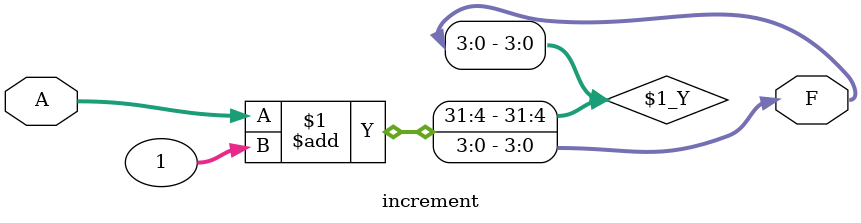
<source format=v>
module increment (
    input [3:0] A,
    output [3:0] F
);
    assign F = A + 1;
    
endmodule
</source>
